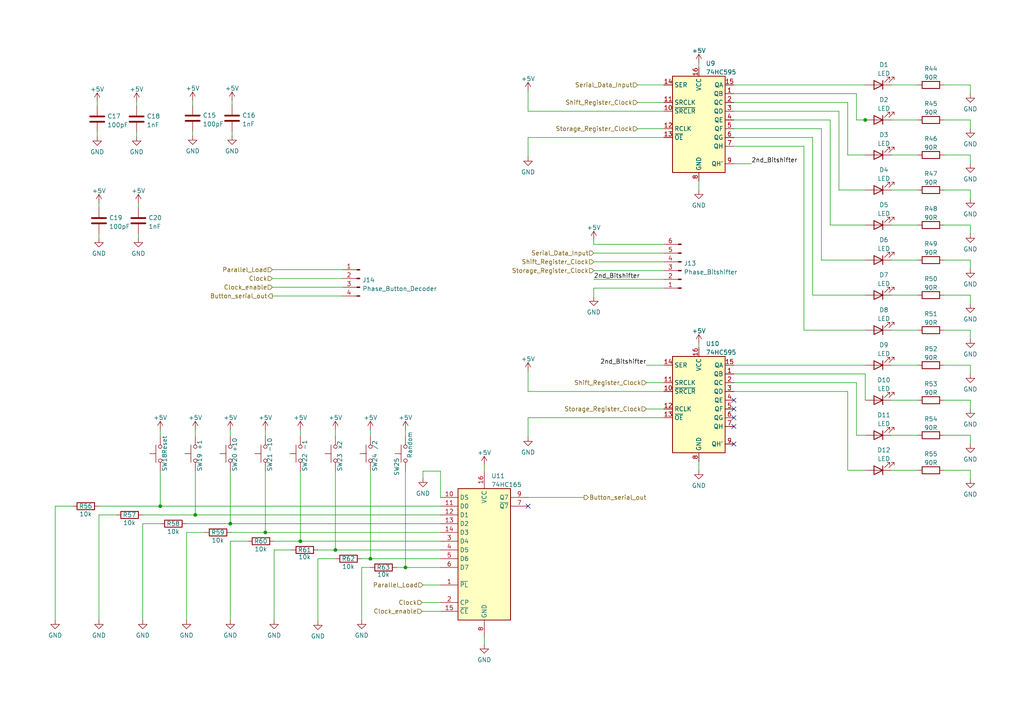
<source format=kicad_sch>
(kicad_sch (version 20211123) (generator eeschema)
  (paper "A4")
  (lib_symbols
    (symbol "74xx:74HC165"
      (property "Reference" "U" (at -7.62 19.05 0))
      (property "Value" "74HC165" (at -7.62 -21.59 0))
      (symbol "74HC165_1_0"
        (pin input line (at -12.7 -10.16 0) (length 5.08) (name "~{PL}") (number "1"))
        (pin input line (at -12.7 15.24 0) (length 5.08) (name "DS") (number "10"))
        (pin input line (at -12.7 12.7 0) (length 5.08) (name "D0") (number "11"))
        (pin input line (at -12.7 10.16 0) (length 5.08) (name "D1") (number "12"))
        (pin input line (at -12.7 7.62 0) (length 5.08) (name "D2") (number "13"))
        (pin input line (at -12.7 5.08 0) (length 5.08) (name "D3") (number "14"))
        (pin input line (at -12.7 -17.78 0) (length 5.08) (name "~{CE}") (number "15"))
        (pin power_in line (at 0 22.86 270) (length 5.08) (name "VCC") (number "16"))
        (pin input line (at -12.7 -15.24 0) (length 5.08) (name "CP") (number "2"))
        (pin input line (at -12.7 2.54 0) (length 5.08) (name "D4") (number "3"))
        (pin input line (at -12.7 0 0) (length 5.08) (name "D5") (number "4"))
        (pin input line (at -12.7 -2.54 0) (length 5.08) (name "D6") (number "5"))
        (pin input line (at -12.7 -5.08 0) (length 5.08) (name "D7") (number "6"))
        (pin output line (at 12.7 12.7 180) (length 5.08) (name "~{Q7}") (number "7"))
        (pin power_in line (at 0 -25.4 90) (length 5.08) (name "GND") (number "8"))
        (pin output line (at 12.7 15.24 180) (length 5.08) (name "Q7") (number "9"))
      )
      (symbol "74HC165_1_1"
        (rectangle (start -7.62 17.78) (end 7.62 -20.32) (stroke (width 0.254)) (fill (type background)))
      )
    )
    (symbol "74xx:74HC595"
      (property "Reference" "U" (at -7.62 13.97 0))
      (property "Value" "74HC595" (at -7.62 -16.51 0))
      (symbol "74HC595_1_0"
        (pin tri_state line (at 10.16 7.62 180) (length 2.54) (name "QB") (number "1"))
        (pin input line (at -10.16 2.54 0) (length 2.54) (name "~{SRCLR}") (number "10"))
        (pin input line (at -10.16 5.08 0) (length 2.54) (name "SRCLK") (number "11"))
        (pin input line (at -10.16 -2.54 0) (length 2.54) (name "RCLK") (number "12"))
        (pin input line (at -10.16 -5.08 0) (length 2.54) (name "~{OE}") (number "13"))
        (pin input line (at -10.16 10.16 0) (length 2.54) (name "SER") (number "14"))
        (pin tri_state line (at 10.16 10.16 180) (length 2.54) (name "QA") (number "15"))
        (pin power_in line (at 0 15.24 270) (length 2.54) (name "VCC") (number "16"))
        (pin tri_state line (at 10.16 5.08 180) (length 2.54) (name "QC") (number "2"))
        (pin tri_state line (at 10.16 2.54 180) (length 2.54) (name "QD") (number "3"))
        (pin tri_state line (at 10.16 0 180) (length 2.54) (name "QE") (number "4"))
        (pin tri_state line (at 10.16 -2.54 180) (length 2.54) (name "QF") (number "5"))
        (pin tri_state line (at 10.16 -5.08 180) (length 2.54) (name "QG") (number "6"))
        (pin tri_state line (at 10.16 -7.62 180) (length 2.54) (name "QH") (number "7"))
        (pin power_in line (at 0 -17.78 90) (length 2.54) (name "GND") (number "8"))
        (pin output line (at 10.16 -12.7 180) (length 2.54) (name "QH'") (number "9"))
      )
      (symbol "74HC595_1_1"
        (rectangle (start -7.62 12.7) (end 7.62 -15.24) (stroke (width 0.254)) (fill (type background)))
      )
    )
    (symbol "Connector:Conn_01x04_Male" (pin_names (offset 1.016) hide)
      (property "Reference" "J" (at 0 5.08 0))
      (property "Value" "Conn_01x04_Male" (at 0 -7.62 0))
      (symbol "Conn_01x04_Male_1_1"
        (polyline (pts (xy 1.27 -5.08) (xy 0.8636 -5.08)) (stroke (width 0.1524)))
        (polyline (pts (xy 1.27 -2.54) (xy 0.8636 -2.54)) (stroke (width 0.1524)))
        (polyline (pts (xy 1.27 0) (xy 0.8636 0)) (stroke (width 0.1524)))
        (polyline (pts (xy 1.27 2.54) (xy 0.8636 2.54)) (stroke (width 0.1524)))
        (rectangle (start 0.8636 -4.953) (end 0 -5.207) (stroke (width 0.1524)) (fill (type outline)))
        (rectangle (start 0.8636 -2.413) (end 0 -2.667) (stroke (width 0.1524)) (fill (type outline)))
        (rectangle (start 0.8636 0.127) (end 0 -0.127) (stroke (width 0.1524)) (fill (type outline)))
        (rectangle (start 0.8636 2.667) (end 0 2.413) (stroke (width 0.1524)) (fill (type outline)))
        (pin passive line (at 5.08 2.54 180) (length 3.81) (name "Pin_1") (number "1"))
        (pin passive line (at 5.08 0 180) (length 3.81) (name "Pin_2") (number "2"))
        (pin passive line (at 5.08 -2.54 180) (length 3.81) (name "Pin_3") (number "3"))
        (pin passive line (at 5.08 -5.08 180) (length 3.81) (name "Pin_4") (number "4"))
      )
    )
    (symbol "Connector:Conn_01x06_Male" (pin_names (offset 1.016) hide)
      (property "Reference" "J" (at 0 7.62 0))
      (property "Value" "Conn_01x06_Male" (at 0 -10.16 0))
      (symbol "Conn_01x06_Male_1_1"
        (polyline (pts (xy 1.27 -7.62) (xy 0.8636 -7.62)) (stroke (width 0.1524)))
        (polyline (pts (xy 1.27 -5.08) (xy 0.8636 -5.08)) (stroke (width 0.1524)))
        (polyline (pts (xy 1.27 -2.54) (xy 0.8636 -2.54)) (stroke (width 0.1524)))
        (polyline (pts (xy 1.27 0) (xy 0.8636 0)) (stroke (width 0.1524)))
        (polyline (pts (xy 1.27 2.54) (xy 0.8636 2.54)) (stroke (width 0.1524)))
        (polyline (pts (xy 1.27 5.08) (xy 0.8636 5.08)) (stroke (width 0.1524)))
        (rectangle (start 0.8636 -7.493) (end 0 -7.747) (stroke (width 0.1524)) (fill (type outline)))
        (rectangle (start 0.8636 -4.953) (end 0 -5.207) (stroke (width 0.1524)) (fill (type outline)))
        (rectangle (start 0.8636 -2.413) (end 0 -2.667) (stroke (width 0.1524)) (fill (type outline)))
        (rectangle (start 0.8636 0.127) (end 0 -0.127) (stroke (width 0.1524)) (fill (type outline)))
        (rectangle (start 0.8636 2.667) (end 0 2.413) (stroke (width 0.1524)) (fill (type outline)))
        (rectangle (start 0.8636 5.207) (end 0 4.953) (stroke (width 0.1524)) (fill (type outline)))
        (pin passive line (at 5.08 5.08 180) (length 3.81) (name "Pin_1") (number "1"))
        (pin passive line (at 5.08 2.54 180) (length 3.81) (name "Pin_2") (number "2"))
        (pin passive line (at 5.08 0 180) (length 3.81) (name "Pin_3") (number "3"))
        (pin passive line (at 5.08 -2.54 180) (length 3.81) (name "Pin_4") (number "4"))
        (pin passive line (at 5.08 -5.08 180) (length 3.81) (name "Pin_5") (number "5"))
        (pin passive line (at 5.08 -7.62 180) (length 3.81) (name "Pin_6") (number "6"))
      )
    )
    (symbol "Device:C" (pin_numbers hide) (pin_names (offset 0.254))
      (property "Reference" "C" (at 0.635 2.54 0))
      (property "Value" "C" (at 0.635 -2.54 0))
      (symbol "C_0_1"
        (polyline (pts (xy -2.032 -0.762) (xy 2.032 -0.762)) (stroke (width 0.508)))
        (polyline (pts (xy -2.032 0.762) (xy 2.032 0.762)) (stroke (width 0.508)))
      )
      (symbol "C_1_1"
        (pin passive line (at 0 3.81 270) (length 2.794) (name "~") (number "1"))
        (pin passive line (at 0 -3.81 90) (length 2.794) (name "~") (number "2"))
      )
    )
    (symbol "Device:LED" (pin_numbers hide) (pin_names (offset 1.016) hide)
      (property "Reference" "D" (at 0 2.54 0))
      (property "Value" "LED" (at 0 -2.54 0))
      (symbol "LED_0_1"
        (polyline (pts (xy -1.27 -1.27) (xy -1.27 1.27)) (stroke (width 0.254)))
        (polyline (pts (xy -1.27 0) (xy 1.27 0)))
        (polyline (pts (xy 1.27 -1.27) (xy 1.27 1.27) (xy -1.27 0) (xy 1.27 -1.27)) (stroke (width 0.254)))
        (polyline (pts (xy -3.048 -0.762) (xy -4.572 -2.286) (xy -3.81 -2.286) (xy -4.572 -2.286) (xy -4.572 -1.524)))
        (polyline (pts (xy -1.778 -0.762) (xy -3.302 -2.286) (xy -2.54 -2.286) (xy -3.302 -2.286) (xy -3.302 -1.524)))
      )
      (symbol "LED_1_1"
        (pin passive line (at -3.81 0 0) (length 2.54) (name "K") (number "1"))
        (pin passive line (at 3.81 0 180) (length 2.54) (name "A") (number "2"))
      )
    )
    (symbol "Device:R" (pin_numbers hide) (pin_names (offset 0))
      (property "Reference" "R" (at 2.032 0 90))
      (property "Value" "R" (at 0 0 90))
      (symbol "R_0_1"
        (rectangle (start -1.016 -2.54) (end 1.016 2.54) (stroke (width 0.254)))
      )
      (symbol "R_1_1"
        (pin passive line (at 0 3.81 270) (length 1.27) (name "~") (number "1"))
        (pin passive line (at 0 -3.81 90) (length 1.27) (name "~") (number "2"))
      )
    )
    (symbol "Switch:SW_Push" (pin_numbers hide) (pin_names (offset 1.016) hide)
      (property "Reference" "SW" (at 1.27 2.54 0))
      (property "Value" "SW_Push" (at 0 -1.524 0))
      (symbol "SW_Push_0_1"
        (circle (center -2.032 0) (radius 0.508))
        (polyline (pts (xy 0 1.27) (xy 0 3.048)))
        (polyline (pts (xy 2.54 1.27) (xy -2.54 1.27)))
        (circle (center 2.032 0) (radius 0.508))
        (pin passive line (at -5.08 0 0) (length 2.54) (name "1") (number "1"))
        (pin passive line (at 5.08 0 180) (length 2.54) (name "2") (number "2"))
      )
    )
    (symbol "power:+5V" (power) (pin_names (offset 0))
      (property "Value" "+5V" (at 0 3.556 0))
      (symbol "+5V_0_1"
        (polyline (pts (xy -0.762 1.27) (xy 0 2.54)))
        (polyline (pts (xy 0 0) (xy 0 2.54)))
        (polyline (pts (xy 0 2.54) (xy 0.762 1.27)))
      )
      (symbol "+5V_1_1"
        (pin power_in line (at 0 0 90) (length 0) hide (name "+5V") (number "1"))
      )
    )
    (symbol "power:GND" (power) (pin_names (offset 0))
      (property "Value" "GND" (at 0 -3.81 0))
      (symbol "GND_0_1"
        (polyline (pts (xy 0 0) (xy 0 -1.27) (xy 1.27 -1.27) (xy 0 -2.54) (xy -1.27 -1.27) (xy 0 -1.27)))
      )
      (symbol "GND_1_1"
        (pin power_in line (at 0 0 270) (length 0) hide (name "GND") (number "1"))
      )
    )
  )
  (junction (at 56.642 149.352))
  (junction (at 76.962 154.432))
  (junction (at 66.802 151.892))
  (junction (at 250.952 34.798))
  (junction (at 117.602 164.592))
  (junction (at 107.442 162.052))
  (junction (at 46.482 146.812))
  (junction (at 87.122 156.972))
  (junction (at 97.282 159.512))
  (no_connect (at 212.852 116.078))
  (no_connect (at 212.852 118.618))
  (no_connect (at 212.852 121.158))
  (no_connect (at 212.852 123.698))
  (no_connect (at 212.852 128.778))
  (no_connect (at 153.162 146.812))
  (wire (pts (xy 115.062 164.592) (xy 117.602 164.592)))
  (wire (pts (xy 281.432 136.398) (xy 281.432 138.938)))
  (wire (pts (xy 97.282 136.652) (xy 97.282 159.512)))
  (wire (pts (xy 39.624 29.464) (xy 39.624 30.734)))
  (wire (pts (xy 172.212 73.406) (xy 192.532 73.406)))
  (wire (pts (xy 281.432 85.598) (xy 281.432 88.138)))
  (wire (pts (xy 212.852 42.418) (xy 233.172 42.418)))
  (wire (pts (xy 172.212 83.566) (xy 192.532 83.566)))
  (wire (pts (xy 46.482 124.714) (xy 46.482 126.492)))
  (wire (pts (xy 104.902 162.052) (xy 107.442 162.052)))
  (wire (pts (xy 245.872 29.718) (xy 245.872 44.958)))
  (wire (pts (xy 66.802 151.892) (xy 127.762 151.892)))
  (wire (pts (xy 122.682 136.652) (xy 122.682 138.684)))
  (wire (pts (xy 46.482 136.652) (xy 46.482 146.812)))
  (wire (pts (xy 122.428 177.292) (xy 127.762 177.292)))
  (wire (pts (xy 258.572 85.598) (xy 266.192 85.598)))
  (wire (pts (xy 192.532 121.158) (xy 153.162 121.158)))
  (wire (pts (xy 192.532 39.878) (xy 153.162 39.878)))
  (wire (pts (xy 273.812 34.798) (xy 281.432 34.798)))
  (wire (pts (xy 251.206 34.798) (xy 250.952 34.798)))
  (wire (pts (xy 273.812 65.278) (xy 281.432 65.278)))
  (wire (pts (xy 202.692 133.858) (xy 202.692 136.398)))
  (wire (pts (xy 41.402 149.352) (xy 56.642 149.352)))
  (wire (pts (xy 238.252 37.338) (xy 212.852 37.338)))
  (wire (pts (xy 40.132 67.818) (xy 40.132 69.088)))
  (wire (pts (xy 187.452 118.618) (xy 192.532 118.618)))
  (wire (pts (xy 240.792 34.798) (xy 240.792 65.278)))
  (wire (pts (xy 153.162 107.696) (xy 153.162 113.538)))
  (wire (pts (xy 84.582 159.512) (xy 79.502 159.512)))
  (wire (pts (xy 273.812 55.118) (xy 281.432 55.118)))
  (wire (pts (xy 40.132 58.928) (xy 40.132 60.198)))
  (wire (pts (xy 56.642 124.714) (xy 56.642 126.492)))
  (wire (pts (xy 66.802 124.714) (xy 66.802 126.492)))
  (wire (pts (xy 245.872 44.958) (xy 250.952 44.958)))
  (wire (pts (xy 212.852 29.718) (xy 245.872 29.718)))
  (wire (pts (xy 202.692 18.288) (xy 202.692 19.558)))
  (wire (pts (xy 117.602 164.592) (xy 127.762 164.592)))
  (wire (pts (xy 235.712 39.878) (xy 235.712 85.598)))
  (wire (pts (xy 66.802 136.652) (xy 66.802 151.892)))
  (wire (pts (xy 87.122 136.652) (xy 87.122 156.972)))
  (wire (pts (xy 273.812 126.238) (xy 281.432 126.238)))
  (wire (pts (xy 273.812 24.638) (xy 281.432 24.638)))
  (wire (pts (xy 78.994 83.312) (xy 99.314 83.312)))
  (wire (pts (xy 258.572 44.958) (xy 266.192 44.958)))
  (wire (pts (xy 127.762 136.652) (xy 127.762 144.272)))
  (wire (pts (xy 233.172 95.758) (xy 250.952 95.758)))
  (wire (pts (xy 54.102 151.892) (xy 66.802 151.892)))
  (wire (pts (xy 107.442 164.592) (xy 104.902 164.592)))
  (wire (pts (xy 172.212 83.566) (xy 172.212 86.106)))
  (wire (pts (xy 258.572 126.238) (xy 266.192 126.238)))
  (wire (pts (xy 39.624 38.354) (xy 39.624 39.624)))
  (wire (pts (xy 46.482 146.812) (xy 127.762 146.812)))
  (wire (pts (xy 97.282 159.512) (xy 127.762 159.512)))
  (wire (pts (xy 122.428 174.752) (xy 127.762 174.752)))
  (wire (pts (xy 117.602 136.652) (xy 117.602 164.592)))
  (wire (pts (xy 202.692 99.568) (xy 202.692 100.838)))
  (wire (pts (xy 184.912 29.718) (xy 192.532 29.718)))
  (wire (pts (xy 281.432 116.078) (xy 281.432 118.618)))
  (wire (pts (xy 258.572 55.118) (xy 266.192 55.118)))
  (wire (pts (xy 248.412 110.998) (xy 248.412 126.238)))
  (wire (pts (xy 55.88 30.48) (xy 55.88 29.21)))
  (wire (pts (xy 33.782 149.352) (xy 28.702 149.352)))
  (wire (pts (xy 54.102 154.432) (xy 54.102 179.832)))
  (wire (pts (xy 258.572 95.758) (xy 266.192 95.758)))
  (wire (pts (xy 21.082 146.812) (xy 16.002 146.812)))
  (wire (pts (xy 92.202 180.086) (xy 92.202 162.052)))
  (wire (pts (xy 273.812 95.758) (xy 281.432 95.758)))
  (wire (pts (xy 66.802 156.972) (xy 71.882 156.972)))
  (wire (pts (xy 258.572 105.918) (xy 266.192 105.918)))
  (wire (pts (xy 79.502 156.972) (xy 87.122 156.972)))
  (wire (pts (xy 78.994 78.232) (xy 99.314 78.232)))
  (wire (pts (xy 238.252 75.438) (xy 238.252 37.338)))
  (wire (pts (xy 273.812 116.078) (xy 281.432 116.078)))
  (wire (pts (xy 79.502 159.512) (xy 79.502 179.832)))
  (wire (pts (xy 281.432 75.438) (xy 281.432 77.978)))
  (wire (pts (xy 67.31 29.21) (xy 67.31 30.48)))
  (wire (pts (xy 107.442 136.652) (xy 107.442 162.052)))
  (wire (pts (xy 172.212 70.866) (xy 192.532 70.866)))
  (wire (pts (xy 212.852 34.798) (xy 240.792 34.798)))
  (wire (pts (xy 273.812 136.398) (xy 281.432 136.398)))
  (wire (pts (xy 172.212 75.946) (xy 192.532 75.946)))
  (wire (pts (xy 16.002 146.812) (xy 16.002 179.832)))
  (wire (pts (xy 66.802 156.972) (xy 66.802 179.832)))
  (wire (pts (xy 107.442 124.714) (xy 107.442 126.492)))
  (wire (pts (xy 212.852 39.878) (xy 235.712 39.878)))
  (wire (pts (xy 281.432 24.638) (xy 281.432 27.178)))
  (wire (pts (xy 281.432 44.958) (xy 281.432 47.498)))
  (wire (pts (xy 250.952 108.458) (xy 250.952 116.078)))
  (wire (pts (xy 212.852 47.498) (xy 217.932 47.498)))
  (wire (pts (xy 104.902 164.592) (xy 104.902 179.832)))
  (wire (pts (xy 172.212 78.486) (xy 192.532 78.486)))
  (wire (pts (xy 233.172 42.418) (xy 233.172 95.758)))
  (wire (pts (xy 172.212 69.596) (xy 172.212 70.866)))
  (wire (pts (xy 258.572 34.798) (xy 266.192 34.798)))
  (wire (pts (xy 273.812 105.918) (xy 281.432 105.918)))
  (wire (pts (xy 240.792 65.278) (xy 250.952 65.278)))
  (wire (pts (xy 28.194 38.354) (xy 28.194 39.624)))
  (wire (pts (xy 41.402 151.892) (xy 41.402 179.832)))
  (wire (pts (xy 78.994 80.772) (xy 99.314 80.772)))
  (wire (pts (xy 281.432 105.918) (xy 281.432 108.458)))
  (wire (pts (xy 59.436 154.432) (xy 54.102 154.432)))
  (wire (pts (xy 243.332 32.258) (xy 212.852 32.258)))
  (wire (pts (xy 281.432 34.798) (xy 281.432 37.338)))
  (wire (pts (xy 184.912 37.338) (xy 192.532 37.338)))
  (wire (pts (xy 28.194 30.734) (xy 28.194 29.464)))
  (wire (pts (xy 248.412 126.238) (xy 250.952 126.238)))
  (wire (pts (xy 92.202 162.052) (xy 97.282 162.052)))
  (wire (pts (xy 56.642 136.652) (xy 56.642 149.352)))
  (wire (pts (xy 140.462 184.912) (xy 140.462 186.944)))
  (wire (pts (xy 28.702 146.812) (xy 46.482 146.812)))
  (wire (pts (xy 46.482 151.892) (xy 41.402 151.892)))
  (wire (pts (xy 140.462 134.874) (xy 140.462 136.652)))
  (wire (pts (xy 212.852 110.998) (xy 248.412 110.998)))
  (wire (pts (xy 273.812 85.598) (xy 281.432 85.598)))
  (wire (pts (xy 187.452 105.918) (xy 192.532 105.918)))
  (wire (pts (xy 187.452 110.998) (xy 192.532 110.998)))
  (wire (pts (xy 107.442 162.052) (xy 127.762 162.052)))
  (wire (pts (xy 258.572 116.078) (xy 266.192 116.078)))
  (wire (pts (xy 273.812 75.438) (xy 281.432 75.438)))
  (wire (pts (xy 258.572 65.278) (xy 266.192 65.278)))
  (wire (pts (xy 28.702 60.198) (xy 28.702 58.928)))
  (wire (pts (xy 281.432 95.758) (xy 281.432 98.298)))
  (wire (pts (xy 212.852 24.638) (xy 250.952 24.638)))
  (wire (pts (xy 153.162 39.878) (xy 153.162 45.466)))
  (wire (pts (xy 153.162 121.158) (xy 153.162 126.746)))
  (wire (pts (xy 243.332 55.118) (xy 243.332 32.258)))
  (wire (pts (xy 192.532 113.538) (xy 153.162 113.538)))
  (wire (pts (xy 258.572 75.438) (xy 266.192 75.438)))
  (wire (pts (xy 122.682 169.672) (xy 127.762 169.672)))
  (wire (pts (xy 117.602 124.714) (xy 117.602 126.492)))
  (wire (pts (xy 245.872 113.538) (xy 245.872 136.398)))
  (wire (pts (xy 258.572 24.638) (xy 266.192 24.638)))
  (wire (pts (xy 202.692 52.578) (xy 202.692 55.118)))
  (wire (pts (xy 28.702 149.352) (xy 28.702 179.832)))
  (wire (pts (xy 76.962 154.432) (xy 127.762 154.432)))
  (wire (pts (xy 92.202 159.512) (xy 97.282 159.512)))
  (wire (pts (xy 122.682 136.652) (xy 127.762 136.652)))
  (wire (pts (xy 212.852 113.538) (xy 245.872 113.538)))
  (wire (pts (xy 87.122 156.972) (xy 127.762 156.972)))
  (wire (pts (xy 76.962 124.714) (xy 76.962 126.492)))
  (wire (pts (xy 281.432 55.118) (xy 281.432 57.658)))
  (wire (pts (xy 248.412 27.178) (xy 212.852 27.178)))
  (wire (pts (xy 55.88 38.1) (xy 55.88 39.37)))
  (wire (pts (xy 87.122 124.714) (xy 87.122 126.492)))
  (wire (pts (xy 28.702 67.818) (xy 28.702 69.088)))
  (wire (pts (xy 78.994 85.852) (xy 99.314 85.852)))
  (wire (pts (xy 153.162 26.416) (xy 153.162 32.258)))
  (wire (pts (xy 76.962 136.652) (xy 76.962 154.432)))
  (wire (pts (xy 56.642 149.352) (xy 127.762 149.352)))
  (wire (pts (xy 281.432 65.278) (xy 281.432 67.818)))
  (wire (pts (xy 153.162 144.272) (xy 169.418 144.272)))
  (wire (pts (xy 235.712 85.598) (xy 250.952 85.598)))
  (wire (pts (xy 273.812 44.958) (xy 281.432 44.958)))
  (wire (pts (xy 172.212 81.026) (xy 192.532 81.026)))
  (wire (pts (xy 258.572 136.398) (xy 266.192 136.398)))
  (wire (pts (xy 67.056 154.432) (xy 76.962 154.432)))
  (wire (pts (xy 184.912 24.638) (xy 192.532 24.638)))
  (wire (pts (xy 212.852 108.458) (xy 250.952 108.458)))
  (wire (pts (xy 281.432 126.238) (xy 281.432 128.778)))
  (wire (pts (xy 248.412 34.798) (xy 248.412 27.178)))
  (wire (pts (xy 250.952 55.118) (xy 243.332 55.118)))
  (wire (pts (xy 97.282 124.714) (xy 97.282 126.492)))
  (wire (pts (xy 192.532 32.258) (xy 153.162 32.258)))
  (wire (pts (xy 212.852 105.918) (xy 250.952 105.918)))
  (wire (pts (xy 67.31 38.1) (xy 67.31 39.37)))
  (wire (pts (xy 250.952 34.798) (xy 248.412 34.798)))
  (wire (pts (xy 250.952 75.438) (xy 238.252 75.438)))
  (wire (pts (xy 245.872 136.398) (xy 250.952 136.398)))
  (label "2nd_Bitshifter" (at 187.452 105.918 180))
  (label "2nd_Bitshifter" (at 217.932 47.498 0))
  (label "2nd_Bitshifter" (at 172.212 81.026 0))
  (hierarchical_label "Clock" (shape input) (at 78.994 80.772 180))
  (hierarchical_label "Button_serial_out" (shape output) (at 78.994 85.852 180))
  (hierarchical_label "Storage_Register_Clock" (shape input) (at 172.212 78.486 180))
  (hierarchical_label "Clock_enable" (shape input) (at 78.994 83.312 180))
  (hierarchical_label "Serial_Data_Input" (shape input) (at 172.212 73.406 180))
  (hierarchical_label "Clock_enable" (shape input) (at 122.428 177.292 180))
  (hierarchical_label "Clock" (shape input) (at 122.428 174.752 180))
  (hierarchical_label "Shift_Register_Clock" (shape input) (at 184.912 29.718 180))
  (hierarchical_label "Serial_Data_Input" (shape input) (at 184.912 24.638 180))
  (hierarchical_label "Parallel_Load" (shape input) (at 122.682 169.672 180))
  (hierarchical_label "Shift_Register_Clock" (shape input) (at 172.212 75.946 180))
  (hierarchical_label "Storage_Register_Clock" (shape input) (at 187.452 118.618 180))
  (hierarchical_label "Storage_Register_Clock" (shape input) (at 184.912 37.338 180))
  (hierarchical_label "Parallel_Load" (shape input) (at 78.994 78.232 180))
  (hierarchical_label "Button_serial_out" (shape output) (at 169.418 144.272 0))
  (hierarchical_label "Shift_Register_Clock" (shape input) (at 187.452 110.998 180))
  (symbol (lib_id "power:+5V") (at 202.692 18.288 0) (unit 1)
    (property "Reference" "#PWR0156" (effects hide))
    (property "Value" "+5V" (at 202.692 14.7122 0))
  )
  (symbol (lib_id "Device:R") (at 270.002 126.238 90) (unit 1)
    (property "Reference" "R54" (at 270.002 121.5222 90))
    (property "Value" "90R" (at 270.002 124.0591 90))
    (property "Footprint" "Resistor_THT:R_Axial_DIN0207_L6.3mm_D2.5mm_P7.62mm_Horizontal" (effects hide))
  )
  (symbol (lib_id "power:GND") (at 28.702 179.832 0) (unit 1)
    (property "Reference" "#PWR083" (effects hide))
    (property "Value" "GND" (at 28.702 184.2754 0))
  )
  (symbol (lib_id "Device:C") (at 55.88 34.29 0) (unit 1)
    (property "Reference" "C15" (at 58.801 33.4553 0) (effects (justify left)))
    (property "Value" "100pF" (at 58.801 35.9922 0) (effects (justify left)))
    (property "Footprint" "Capacitor_THT:C_Disc_D3.8mm_W2.6mm_P2.50mm" (effects hide))
  )
  (symbol (lib_id "Device:R") (at 270.002 24.638 90) (unit 1)
    (property "Reference" "R44" (at 270.002 19.9222 90))
    (property "Value" "90R" (at 270.002 22.4591 90))
    (property "Footprint" "Resistor_THT:R_Axial_DIN0207_L6.3mm_D2.5mm_P7.62mm_Horizontal" (effects hide))
  )
  (symbol (lib_id "Device:R") (at 63.246 154.432 90) (unit 1)
    (property "Reference" "R59" (at 65.151 154.432 90) (effects (justify left)))
    (property "Value" "10k" (at 65.024 156.718 90) (effects (justify left)))
    (property "Footprint" "Resistor_THT:R_Axial_DIN0207_L6.3mm_D2.5mm_P7.62mm_Horizontal" (effects hide))
  )
  (symbol (lib_id "power:GND") (at 66.802 179.832 0) (unit 1)
    (property "Reference" "#PWR086" (effects hide))
    (property "Value" "GND" (at 66.802 184.2754 0))
  )
  (symbol (lib_id "Device:LED") (at 254.762 116.078 180) (unit 1)
    (property "Reference" "D10" (at 256.3495 110.2192 0))
    (property "Value" "LED" (at 256.3495 112.7561 0))
    (property "Footprint" "LED_THT:LED_D5.0mm" (effects hide))
  )
  (symbol (lib_id "Device:R") (at 101.092 162.052 90) (unit 1)
    (property "Reference" "R62" (at 102.997 162.052 90) (effects (justify left)))
    (property "Value" "10k" (at 102.87 164.338 90) (effects (justify left)))
    (property "Footprint" "Resistor_THT:R_Axial_DIN0207_L6.3mm_D2.5mm_P7.62mm_Horizontal" (effects hide))
  )
  (symbol (lib_id "power:+5V") (at 28.194 29.464 0) (unit 1)
    (property "Reference" "#PWR049" (effects hide))
    (property "Value" "+5V" (at 28.194 25.8882 0))
  )
  (symbol (lib_id "74xx:74HC165") (at 140.462 159.512 0) (unit 1)
    (property "Reference" "U11" (at 142.4814 138.0322 0) (effects (justify left)))
    (property "Value" "74HC165" (at 142.4814 140.5691 0) (effects (justify left)))
    (property "Footprint" "Package_DIP:DIP-16_W7.62mm_LongPads" (effects hide))
    (property "Datasheet" "https://assets.nexperia.com/documents/data-sheet/74HC_HCT165.pdf" (effects hide))
  )
  (symbol (lib_id "power:+5V") (at 202.692 99.568 0) (unit 1)
    (property "Reference" "#PWR0157" (effects hide))
    (property "Value" "+5V" (at 202.692 95.9922 0))
  )
  (symbol (lib_id "power:GND") (at 122.682 138.684 0) (unit 1)
    (property "Reference" "#PWR0167" (effects hide))
    (property "Value" "GND" (at 122.682 143.1274 0))
  )
  (symbol (lib_id "Device:R") (at 270.002 85.598 90) (unit 1)
    (property "Reference" "R50" (at 270.002 80.8822 90))
    (property "Value" "90R" (at 270.002 83.4191 90))
    (property "Footprint" "Resistor_THT:R_Axial_DIN0207_L6.3mm_D2.5mm_P7.62mm_Horizontal" (effects hide))
  )
  (symbol (lib_id "power:+5V") (at 117.602 124.714 0) (unit 1)
    (property "Reference" "#PWR079" (effects hide))
    (property "Value" "+5V" (at 117.602 121.1382 0))
  )
  (symbol (lib_id "power:GND") (at 104.902 179.832 0) (unit 1)
    (property "Reference" "#PWR088" (effects hide))
    (property "Value" "GND" (at 104.902 184.2754 0))
  )
  (symbol (lib_id "Switch:SW_Push") (at 117.602 131.572 90) (unit 1)
    (property "Reference" "SW25" (at 115.062 135.382 0))
    (property "Value" "Random" (at 118.872 129.032 0))
    (property "Footprint" "Button_Switch_THT:SW_PUSH_6mm_H5mm" (effects hide))
  )
  (symbol (lib_id "Device:LED") (at 254.762 136.398 180) (unit 1)
    (property "Reference" "D12" (at 256.3495 130.5392 0))
    (property "Value" "LED" (at 256.3495 133.0761 0))
    (property "Footprint" "LED_THT:LED_D5.0mm" (effects hide))
  )
  (symbol (lib_id "Switch:SW_Push") (at 76.962 131.572 90) (unit 1)
    (property "Reference" "SW21" (at 78.2351 134.112 0))
    (property "Value" "-10" (at 78.232 129.032 0))
    (property "Footprint" "Button_Switch_THT:SW_PUSH_6mm_H5mm" (effects hide))
  )
  (symbol (lib_id "power:GND") (at 40.132 69.088 0) (unit 1)
    (property "Reference" "#PWR071" (effects hide))
    (property "Value" "GND" (at 40.132 73.5314 0))
  )
  (symbol (lib_id "power:+5V") (at 172.212 69.596 0) (unit 1)
    (property "Reference" "#PWR0164" (effects hide))
    (property "Value" "+5V" (at 172.212 66.0202 0))
  )
  (symbol (lib_id "power:+5V") (at 76.962 124.714 0) (unit 1)
    (property "Reference" "#PWR075" (effects hide))
    (property "Value" "+5V" (at 76.962 121.1382 0))
  )
  (symbol (lib_id "power:GND") (at 92.202 180.086 0) (unit 1)
    (property "Reference" "#PWR089" (effects hide))
    (property "Value" "GND" (at 92.202 184.5294 0))
  )
  (symbol (lib_id "power:GND") (at 281.432 88.138 0) (unit 1)
    (property "Reference" "#PWR061" (effects hide))
    (property "Value" "GND" (at 281.432 92.5814 0))
  )
  (symbol (lib_id "Device:R") (at 37.592 149.352 90) (unit 1)
    (property "Reference" "R57" (at 39.497 149.352 90) (effects (justify left)))
    (property "Value" "10k" (at 39.37 151.638 90) (effects (justify left)))
    (property "Footprint" "Resistor_THT:R_Axial_DIN0207_L6.3mm_D2.5mm_P7.62mm_Horizontal" (effects hide))
  )
  (symbol (lib_id "Device:LED") (at 254.762 55.118 180) (unit 1)
    (property "Reference" "D4" (at 256.3495 49.2592 0))
    (property "Value" "LED" (at 256.3495 51.7961 0))
    (property "Footprint" "LED_THT:LED_D5.0mm" (effects hide))
  )
  (symbol (lib_id "power:+5V") (at 39.624 29.464 0) (unit 1)
    (property "Reference" "#PWR050" (effects hide))
    (property "Value" "+5V" (at 39.624 25.8882 0))
  )
  (symbol (lib_id "power:GND") (at 55.88 39.37 0) (unit 1)
    (property "Reference" "#PWR051" (effects hide))
    (property "Value" "GND" (at 55.88 43.8134 0))
  )
  (symbol (lib_id "power:GND") (at 79.502 179.832 0) (unit 1)
    (property "Reference" "#PWR087" (effects hide))
    (property "Value" "GND" (at 79.502 184.2754 0))
  )
  (symbol (lib_id "Switch:SW_Push") (at 66.802 131.572 90) (unit 1)
    (property "Reference" "SW20" (at 68.0751 134.112 0))
    (property "Value" "+10" (at 68.072 129.032 0))
    (property "Footprint" "Button_Switch_THT:SW_PUSH_6mm_H5mm" (effects hide))
  )
  (symbol (lib_id "Device:R") (at 270.002 95.758 90) (unit 1)
    (property "Reference" "R51" (at 270.002 91.0422 90))
    (property "Value" "90R" (at 270.002 93.5791 90))
    (property "Footprint" "Resistor_THT:R_Axial_DIN0207_L6.3mm_D2.5mm_P7.62mm_Horizontal" (effects hide))
  )
  (symbol (lib_id "Device:LED") (at 254.762 85.598 180) (unit 1)
    (property "Reference" "D7" (at 256.3495 79.7392 0))
    (property "Value" "LED" (at 256.3495 82.2761 0))
    (property "Footprint" "LED_THT:LED_D5.0mm" (effects hide))
  )
  (symbol (lib_id "power:GND") (at 41.402 179.832 0) (unit 1)
    (property "Reference" "#PWR084" (effects hide))
    (property "Value" "GND" (at 41.402 184.2754 0))
  )
  (symbol (lib_id "power:+5V") (at 40.132 58.928 0) (unit 1)
    (property "Reference" "#PWR069" (effects hide))
    (property "Value" "+5V" (at 40.132 55.3522 0))
  )
  (symbol (lib_id "power:GND") (at 281.432 47.498 0) (unit 1)
    (property "Reference" "#PWR057" (effects hide))
    (property "Value" "GND" (at 281.432 51.9414 0))
  )
  (symbol (lib_id "power:GND") (at 172.212 86.106 0) (unit 1)
    (property "Reference" "#PWR0165" (effects hide))
    (property "Value" "GND" (at 172.212 90.5494 0))
  )
  (symbol (lib_id "Connector:Conn_01x06_Male") (at 197.612 78.486 180) (unit 1)
    (property "Reference" "J13" (at 198.3232 76.3813 0) (effects (justify right)))
    (property "Value" "Phase_Bitshifter" (at 198.3232 78.9182 0) (effects (justify right)))
    (property "Footprint" "Connector_PinHeader_2.54mm:PinHeader_1x06_P2.54mm_Vertical" (effects hide))
  )
  (symbol (lib_id "power:GND") (at 54.102 179.832 0) (unit 1)
    (property "Reference" "#PWR085" (effects hide))
    (property "Value" "GND" (at 54.102 184.2754 0))
  )
  (symbol (lib_id "Device:LED") (at 254.762 95.758 180) (unit 1)
    (property "Reference" "D8" (at 256.3495 89.8992 0))
    (property "Value" "LED" (at 256.3495 92.4361 0))
    (property "Footprint" "LED_THT:LED_D5.0mm" (effects hide))
  )
  (symbol (lib_id "Switch:SW_Push") (at 56.642 131.572 90) (unit 1)
    (property "Reference" "SW19" (at 57.9151 134.112 0))
    (property "Value" "+1" (at 57.912 129.032 0))
    (property "Footprint" "Button_Switch_THT:SW_PUSH_6mm_H5mm" (effects hide))
  )
  (symbol (lib_id "Device:R") (at 111.252 164.592 90) (unit 1)
    (property "Reference" "R63" (at 113.157 164.592 90) (effects (justify left)))
    (property "Value" "10k" (at 113.03 166.624 90) (effects (justify left)))
    (property "Footprint" "Resistor_THT:R_Axial_DIN0207_L6.3mm_D2.5mm_P7.62mm_Horizontal" (effects hide))
  )
  (symbol (lib_id "power:GND") (at 28.702 69.088 0) (unit 1)
    (property "Reference" "#PWR070" (effects hide))
    (property "Value" "GND" (at 28.702 73.5314 0))
  )
  (symbol (lib_id "power:GND") (at 16.002 179.832 0) (unit 1)
    (property "Reference" "#PWR082" (effects hide))
    (property "Value" "GND" (at 16.002 184.2754 0))
  )
  (symbol (lib_id "power:GND") (at 281.432 108.458 0) (unit 1)
    (property "Reference" "#PWR063" (effects hide))
    (property "Value" "GND" (at 281.432 112.9014 0))
  )
  (symbol (lib_id "power:GND") (at 153.162 126.746 0) (unit 1)
    (property "Reference" "#PWR0160" (effects hide))
    (property "Value" "GND" (at 153.162 131.1894 0))
  )
  (symbol (lib_id "Device:R") (at 75.692 156.972 90) (unit 1)
    (property "Reference" "R60" (at 77.597 156.972 90) (effects (justify left)))
    (property "Value" "10k" (at 77.47 159.258 90) (effects (justify left)))
    (property "Footprint" "Resistor_THT:R_Axial_DIN0207_L6.3mm_D2.5mm_P7.62mm_Horizontal" (effects hide))
  )
  (symbol (lib_id "power:GND") (at 281.432 57.658 0) (unit 1)
    (property "Reference" "#PWR058" (effects hide))
    (property "Value" "GND" (at 281.432 62.1014 0))
  )
  (symbol (lib_id "power:+5V") (at 28.702 58.928 0) (unit 1)
    (property "Reference" "#PWR068" (effects hide))
    (property "Value" "+5V" (at 28.702 55.3522 0))
  )
  (symbol (lib_id "74xx:74HC595") (at 202.692 116.078 0) (unit 1)
    (property "Reference" "U10" (at 204.7114 99.6782 0) (effects (justify left)))
    (property "Value" "74HC595" (at 204.7114 102.2151 0) (effects (justify left)))
    (property "Footprint" "Package_DIP:DIP-16_W7.62mm_LongPads" (effects hide))
    (property "Datasheet" "http://www.ti.com/lit/ds/symlink/sn74hc595.pdf" (effects hide))
  )
  (symbol (lib_id "Device:R") (at 270.002 105.918 90) (unit 1)
    (property "Reference" "R52" (at 270.002 101.2022 90))
    (property "Value" "90R" (at 270.002 103.7391 90))
    (property "Footprint" "Resistor_THT:R_Axial_DIN0207_L6.3mm_D2.5mm_P7.62mm_Horizontal" (effects hide))
  )
  (symbol (lib_id "Device:LED") (at 254.762 105.918 180) (unit 1)
    (property "Reference" "D9" (at 256.3495 100.0592 0))
    (property "Value" "LED" (at 256.3495 102.5961 0))
    (property "Footprint" "LED_THT:LED_D5.0mm" (effects hide))
  )
  (symbol (lib_id "Device:R") (at 270.002 44.958 90) (unit 1)
    (property "Reference" "R46" (at 270.002 40.2422 90))
    (property "Value" "90R" (at 270.002 42.7791 90))
    (property "Footprint" "Resistor_THT:R_Axial_DIN0207_L6.3mm_D2.5mm_P7.62mm_Horizontal" (effects hide))
  )
  (symbol (lib_id "power:+5V") (at 56.642 124.714 0) (unit 1)
    (property "Reference" "#PWR073" (effects hide))
    (property "Value" "+5V" (at 56.642 121.1382 0))
  )
  (symbol (lib_id "Device:LED") (at 254.762 75.438 180) (unit 1)
    (property "Reference" "D6" (at 256.3495 69.5792 0))
    (property "Value" "LED" (at 256.3495 72.1161 0))
    (property "Footprint" "LED_THT:LED_D5.0mm" (effects hide))
  )
  (symbol (lib_id "Device:LED") (at 254.762 126.238 180) (unit 1)
    (property "Reference" "D11" (at 256.3495 120.3792 0))
    (property "Value" "LED" (at 256.3495 122.9161 0))
    (property "Footprint" "LED_THT:LED_D5.0mm" (effects hide))
  )
  (symbol (lib_id "power:+5V") (at 153.162 107.696 0) (unit 1)
    (property "Reference" "#PWR0161" (effects hide))
    (property "Value" "+5V" (at 153.162 104.1202 0))
  )
  (symbol (lib_id "power:GND") (at 67.31 39.37 0) (unit 1)
    (property "Reference" "#PWR052" (effects hide))
    (property "Value" "GND" (at 67.31 43.8134 0))
  )
  (symbol (lib_id "Device:C") (at 39.624 34.544 0) (unit 1)
    (property "Reference" "C18" (at 42.545 33.7093 0) (effects (justify left)))
    (property "Value" "1nF" (at 42.545 36.2462 0) (effects (justify left)))
    (property "Footprint" "Capacitor_THT:C_Disc_D3.8mm_W2.6mm_P2.50mm" (effects hide))
  )
  (symbol (lib_id "power:GND") (at 281.432 37.338 0) (unit 1)
    (property "Reference" "#PWR056" (effects hide))
    (property "Value" "GND" (at 281.432 41.7814 0))
  )
  (symbol (lib_id "power:+5V") (at 55.88 29.21 0) (unit 1)
    (property "Reference" "#PWR047" (effects hide))
    (property "Value" "+5V" (at 55.88 25.6342 0))
  )
  (symbol (lib_id "Device:C") (at 67.31 34.29 0) (unit 1)
    (property "Reference" "C16" (at 70.231 33.4553 0) (effects (justify left)))
    (property "Value" "1nF" (at 70.231 35.9922 0) (effects (justify left)))
    (property "Footprint" "Capacitor_THT:C_Disc_D3.8mm_W2.6mm_P2.50mm" (effects hide))
  )
  (symbol (lib_id "Device:LED") (at 254.762 24.638 180) (unit 1)
    (property "Reference" "D1" (at 256.3495 18.7792 0))
    (property "Value" "LED" (at 256.3495 21.3161 0))
    (property "Footprint" "LED_THT:LED_D5.0mm" (effects hide))
  )
  (symbol (lib_id "Switch:SW_Push") (at 87.122 131.572 90) (unit 1)
    (property "Reference" "SW22" (at 88.3951 134.112 0))
    (property "Value" "-1" (at 88.392 129.032 0))
    (property "Footprint" "Button_Switch_THT:SW_PUSH_6mm_H5mm" (effects hide))
  )
  (symbol (lib_id "Device:LED") (at 254.762 34.798 180) (unit 1)
    (property "Reference" "D2" (at 256.3495 28.9392 0))
    (property "Value" "LED" (at 256.3495 31.4761 0))
    (property "Footprint" "LED_THT:LED_D5.0mm" (effects hide))
  )
  (symbol (lib_id "power:+5V") (at 153.162 26.416 0) (unit 1)
    (property "Reference" "#PWR0162" (effects hide))
    (property "Value" "+5V" (at 153.162 22.8402 0))
  )
  (symbol (lib_id "power:GND") (at 153.162 45.466 0) (unit 1)
    (property "Reference" "#PWR0163" (effects hide))
    (property "Value" "GND" (at 153.162 49.9094 0))
  )
  (symbol (lib_id "74xx:74HC595") (at 202.692 34.798 0) (unit 1)
    (property "Reference" "U9" (at 204.7114 18.3982 0) (effects (justify left)))
    (property "Value" "74HC595" (at 204.7114 20.9351 0) (effects (justify left)))
    (property "Footprint" "Package_DIP:DIP-16_W7.62mm_LongPads" (effects hide))
    (property "Datasheet" "http://www.ti.com/lit/ds/symlink/sn74hc595.pdf" (effects hide))
  )
  (symbol (lib_id "power:GND") (at 281.432 118.618 0) (unit 1)
    (property "Reference" "#PWR064" (effects hide))
    (property "Value" "GND" (at 281.432 123.0614 0))
  )
  (symbol (lib_id "Connector:Conn_01x04_Male") (at 104.394 80.772 0) (mirror y) (unit 1)
    (property "Reference" "J14" (at 105.1052 81.2073 0) (effects (justify right)))
    (property "Value" "Phase_Button_Decoder" (at 105.1052 83.7442 0) (effects (justify right)))
    (property "Footprint" "Connector_PinHeader_2.54mm:PinHeader_1x04_P2.54mm_Vertical" (effects hide))
  )
  (symbol (lib_id "Device:C") (at 28.702 64.008 0) (unit 1)
    (property "Reference" "C19" (at 31.623 63.1733 0) (effects (justify left)))
    (property "Value" "100pF" (at 31.623 65.7102 0) (effects (justify left)))
    (property "Footprint" "Capacitor_THT:C_Disc_D3.8mm_W2.6mm_P2.50mm" (effects hide))
  )
  (symbol (lib_id "power:GND") (at 281.432 77.978 0) (unit 1)
    (property "Reference" "#PWR060" (effects hide))
    (property "Value" "GND" (at 281.432 82.4214 0))
  )
  (symbol (lib_id "Device:R") (at 270.002 75.438 90) (unit 1)
    (property "Reference" "R49" (at 270.002 70.7222 90))
    (property "Value" "90R" (at 270.002 73.2591 90))
    (property "Footprint" "Resistor_THT:R_Axial_DIN0207_L6.3mm_D2.5mm_P7.62mm_Horizontal" (effects hide))
  )
  (symbol (lib_id "Device:LED") (at 254.762 65.278 180) (unit 1)
    (property "Reference" "D5" (at 256.3495 59.4192 0))
    (property "Value" "LED" (at 256.3495 61.9561 0))
    (property "Footprint" "LED_THT:LED_D5.0mm" (effects hide))
  )
  (symbol (lib_id "power:+5V") (at 97.282 124.714 0) (unit 1)
    (property "Reference" "#PWR077" (effects hide))
    (property "Value" "+5V" (at 97.282 121.1382 0))
  )
  (symbol (lib_id "power:GND") (at 281.432 67.818 0) (unit 1)
    (property "Reference" "#PWR059" (effects hide))
    (property "Value" "GND" (at 281.432 72.2614 0))
  )
  (symbol (lib_id "Device:R") (at 270.002 65.278 90) (unit 1)
    (property "Reference" "R48" (at 270.002 60.5622 90))
    (property "Value" "90R" (at 270.002 63.0991 90))
    (property "Footprint" "Resistor_THT:R_Axial_DIN0207_L6.3mm_D2.5mm_P7.62mm_Horizontal" (effects hide))
  )
  (symbol (lib_id "power:GND") (at 281.432 138.938 0) (unit 1)
    (property "Reference" "#PWR0159" (effects hide))
    (property "Value" "GND" (at 281.432 143.3814 0))
  )
  (symbol (lib_id "Switch:SW_Push") (at 107.442 131.572 90) (unit 1)
    (property "Reference" "SW24" (at 108.7151 134.112 0))
    (property "Value" "/2" (at 108.712 129.032 0))
    (property "Footprint" "Button_Switch_THT:SW_PUSH_6mm_H5mm" (effects hide))
  )
  (symbol (lib_id "Device:R") (at 50.292 151.892 90) (unit 1)
    (property "Reference" "R58" (at 52.197 151.892 90) (effects (justify left)))
    (property "Value" "10k" (at 52.07 154.178 90) (effects (justify left)))
    (property "Footprint" "Resistor_THT:R_Axial_DIN0207_L6.3mm_D2.5mm_P7.62mm_Horizontal" (effects hide))
  )
  (symbol (lib_id "Device:C") (at 28.194 34.544 0) (unit 1)
    (property "Reference" "C17" (at 31.115 33.7093 0) (effects (justify left)))
    (property "Value" "100pF" (at 31.115 36.2462 0) (effects (justify left)))
    (property "Footprint" "Capacitor_THT:C_Disc_D3.8mm_W2.6mm_P2.50mm" (effects hide))
  )
  (symbol (lib_id "power:GND") (at 202.692 136.398 0) (unit 1)
    (property "Reference" "#PWR0158" (effects hide))
    (property "Value" "GND" (at 202.692 140.8414 0))
  )
  (symbol (lib_id "power:+5V") (at 107.442 124.714 0) (unit 1)
    (property "Reference" "#PWR078" (effects hide))
    (property "Value" "+5V" (at 107.442 121.1382 0))
  )
  (symbol (lib_id "power:GND") (at 28.194 39.624 0) (unit 1)
    (property "Reference" "#PWR053" (effects hide))
    (property "Value" "GND" (at 28.194 44.0674 0))
  )
  (symbol (lib_id "power:GND") (at 39.624 39.624 0) (unit 1)
    (property "Reference" "#PWR054" (effects hide))
    (property "Value" "GND" (at 39.624 44.0674 0))
  )
  (symbol (lib_id "Device:R") (at 88.392 159.512 90) (unit 1)
    (property "Reference" "R61" (at 90.297 159.512 90) (effects (justify left)))
    (property "Value" "10k" (at 90.17 161.544 90) (effects (justify left)))
    (property "Footprint" "Resistor_THT:R_Axial_DIN0207_L6.3mm_D2.5mm_P7.62mm_Horizontal" (effects hide))
  )
  (symbol (lib_id "power:+5V") (at 66.802 124.714 0) (unit 1)
    (property "Reference" "#PWR074" (effects hide))
    (property "Value" "+5V" (at 66.802 121.1382 0))
  )
  (symbol (lib_id "power:GND") (at 281.432 128.778 0) (unit 1)
    (property "Reference" "#PWR065" (effects hide))
    (property "Value" "GND" (at 281.432 133.2214 0))
  )
  (symbol (lib_id "power:+5V") (at 67.31 29.21 0) (unit 1)
    (property "Reference" "#PWR048" (effects hide))
    (property "Value" "+5V" (at 67.31 25.6342 0))
  )
  (symbol (lib_id "Device:R") (at 270.002 116.078 90) (unit 1)
    (property "Reference" "R53" (at 270.002 111.3622 90))
    (property "Value" "90R" (at 270.002 113.8991 90))
    (property "Footprint" "Resistor_THT:R_Axial_DIN0207_L6.3mm_D2.5mm_P7.62mm_Horizontal" (effects hide))
  )
  (symbol (lib_id "Switch:SW_Push") (at 46.482 131.572 90) (unit 1)
    (property "Reference" "SW18" (at 47.7551 134.112 0))
    (property "Value" "Reset" (at 47.752 129.032 0))
    (property "Footprint" "Button_Switch_THT:SW_PUSH_6mm_H5mm" (effects hide))
  )
  (symbol (lib_id "power:GND") (at 281.432 27.178 0) (unit 1)
    (property "Reference" "#PWR055" (effects hide))
    (property "Value" "GND" (at 281.432 31.6214 0))
  )
  (symbol (lib_id "power:+5V") (at 87.122 124.714 0) (unit 1)
    (property "Reference" "#PWR076" (effects hide))
    (property "Value" "+5V" (at 87.122 121.1382 0))
  )
  (symbol (lib_id "Device:R") (at 24.892 146.812 90) (unit 1)
    (property "Reference" "R56" (at 26.797 146.812 90) (effects (justify left)))
    (property "Value" "10k" (at 26.67 149.098 90) (effects (justify left)))
    (property "Footprint" "Resistor_THT:R_Axial_DIN0207_L6.3mm_D2.5mm_P7.62mm_Horizontal" (effects hide))
  )
  (symbol (lib_id "Device:LED") (at 254.762 44.958 180) (unit 1)
    (property "Reference" "D3" (at 256.3495 39.0992 0))
    (property "Value" "LED" (at 256.3495 41.6361 0))
    (property "Footprint" "LED_THT:LED_D5.0mm" (effects hide))
  )
  (symbol (lib_id "Device:R") (at 270.002 34.798 90) (unit 1)
    (property "Reference" "R45" (at 270.002 30.0822 90))
    (property "Value" "90R" (at 270.002 32.6191 90))
    (property "Footprint" "Resistor_THT:R_Axial_DIN0207_L6.3mm_D2.5mm_P7.62mm_Horizontal" (effects hide))
  )
  (symbol (lib_id "power:GND") (at 202.692 55.118 0) (unit 1)
    (property "Reference" "#PWR0155" (effects hide))
    (property "Value" "GND" (at 202.692 59.5614 0))
  )
  (symbol (lib_id "Device:R") (at 270.002 55.118 90) (unit 1)
    (property "Reference" "R47" (at 270.002 50.4022 90))
    (property "Value" "90R" (at 270.002 52.9391 90))
    (property "Footprint" "Resistor_THT:R_Axial_DIN0207_L6.3mm_D2.5mm_P7.62mm_Horizontal" (effects hide))
  )
  (symbol (lib_id "Switch:SW_Push") (at 97.282 131.572 90) (unit 1)
    (property "Reference" "SW23" (at 98.5551 134.112 0))
    (property "Value" "x2" (at 98.552 129.032 0))
    (property "Footprint" "Button_Switch_THT:SW_PUSH_6mm_H5mm" (effects hide))
  )
  (symbol (lib_id "power:+5V") (at 46.482 124.714 0) (unit 1)
    (property "Reference" "#PWR072" (effects hide))
    (property "Value" "+5V" (at 46.482 121.1382 0))
  )
  (symbol (lib_id "power:GND") (at 281.432 98.298 0) (unit 1)
    (property "Reference" "#PWR062" (effects hide))
    (property "Value" "GND" (at 281.432 102.7414 0))
  )
  (symbol (lib_id "power:GND") (at 140.462 186.944 0) (unit 1)
    (property "Reference" "#PWR090" (effects hide))
    (property "Value" "GND" (at 140.462 191.3874 0))
  )
  (symbol (lib_id "Device:C") (at 40.132 64.008 0) (unit 1)
    (property "Reference" "C20" (at 43.053 63.1733 0) (effects (justify left)))
    (property "Value" "1nF" (at 43.053 65.7102 0) (effects (justify left)))
    (property "Footprint" "Capacitor_THT:C_Disc_D3.8mm_W2.6mm_P2.50mm" (effects hide))
  )
  (symbol (lib_id "power:+5V") (at 140.462 134.874 0) (unit 1)
    (property "Reference" "#PWR080" (effects hide))
    (property "Value" "+5V" (at 140.462 131.2982 0))
  )
  (symbol (lib_id "Device:R") (at 270.002 136.398 90) (unit 1)
    (property "Reference" "R55" (at 270.002 131.6822 90))
    (property "Value" "90R" (at 270.002 134.2191 90))
    (property "Footprint" "Resistor_THT:R_Axial_DIN0207_L6.3mm_D2.5mm_P7.62mm_Horizontal" (effects hide))
  )
)
</source>
